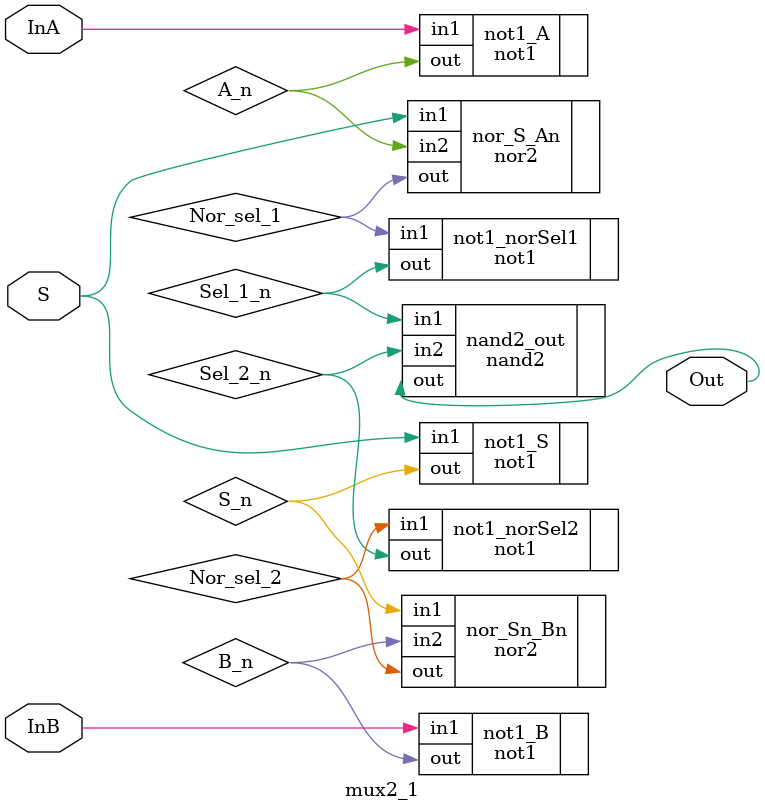
<source format=v>
/*
    CS/ECE 552 Spring '20
    Homework #1, Problem 1

    2-1 mux template
*/
module mux2_1(InA, InB, S, Out);
    input   InA, InB;
    input   S;
    output  Out;

    // YOUR CODE HERE
    // Out = ~S*A + S*B = nor(S, ~A) + nor(~S, ~B) = nand(~nor(S, ~A), ~nor(~S, ~B))

    // Declare additional intermediate variables
    wire S_n, A_n, B_n, Sel_1_n, Sel_2_n; // Not Variables
    wire Nor_sel_1, Nor_sel_2; // Selection intermediates for nor gate

    // Module Declarations for intermediates
    not1 not1_S(.in1(S), .out(S_n));
    not1 not1_A(.in1(InA), .out(A_n));
    not1 not1_B(.in1(InB), .out(B_n));

    nor2 nor_S_An(.in1(S), .in2(A_n), .out(Nor_sel_1));
    nor2 nor_Sn_Bn(.in1(S_n), .in2(B_n), .out(Nor_sel_2));

    not1 not1_norSel1(.in1(Nor_sel_1), .out(Sel_1_n));
    not1 not1_norSel2(.in1(Nor_sel_2), .out(Sel_2_n));

    nand2 nand2_out(.in1(Sel_1_n), .in2(Sel_2_n), .out(Out));

endmodule

</source>
